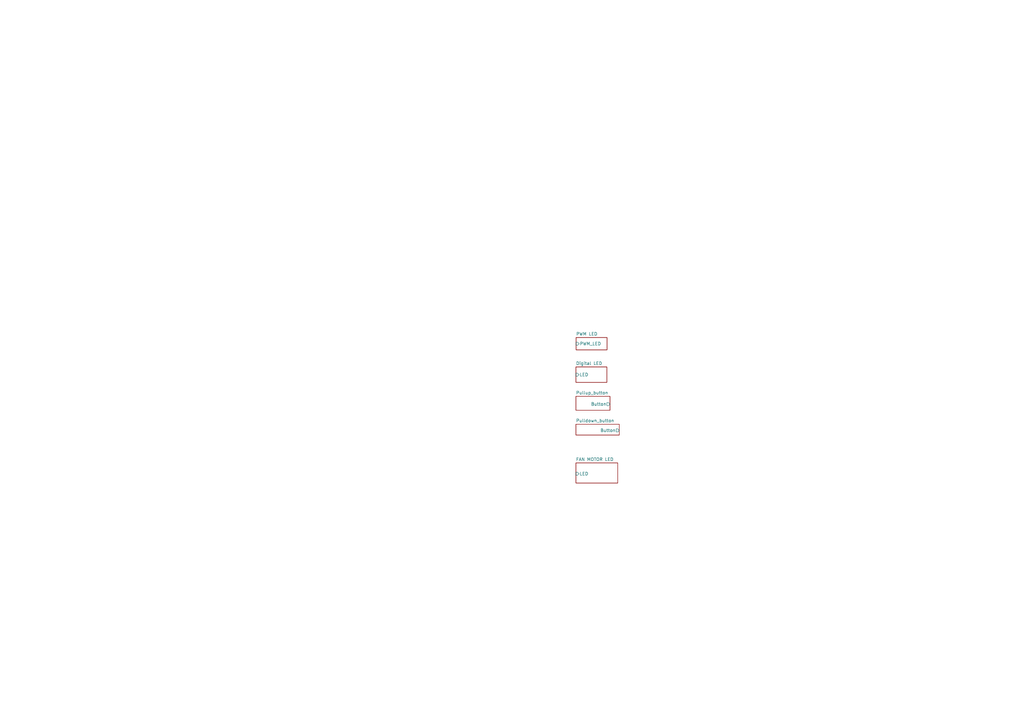
<source format=kicad_sch>
(kicad_sch
	(version 20250114)
	(generator "eeschema")
	(generator_version "9.0")
	(uuid "dc4ca860-c5c1-4372-a65f-341aa021b958")
	(paper "A3")
	(title_block
		(title "Rabosa_Bot")
		(rev "1.0")
		(company "XorvaLabs")
	)
	(lib_symbols)
	(sheet
		(at 236.22 162.56)
		(size 13.97 5.715)
		(exclude_from_sim no)
		(in_bom yes)
		(on_board yes)
		(dnp no)
		(fields_autoplaced yes)
		(stroke
			(width 0.1524)
			(type solid)
		)
		(fill
			(color 0 0 0 0.0000)
		)
		(uuid "054391f2-da28-4378-afdb-45826e4f0b90")
		(property "Sheetname" "Pullup_button"
			(at 236.22 161.8484 0)
			(effects
				(font
					(size 1.27 1.27)
				)
				(justify left bottom)
			)
		)
		(property "Sheetfile" "pullup_button.kicad_sch"
			(at 236.22 168.8596 0)
			(effects
				(font
					(size 1.27 1.27)
				)
				(justify left top)
				(hide yes)
			)
		)
		(pin "Button" output
			(at 250.19 165.735 0)
			(uuid "215e29d8-ba42-4397-bdb4-ec4b24c81ef2")
			(effects
				(font
					(size 1.27 1.27)
				)
				(justify right)
			)
		)
		(instances
			(project "Rabosa"
				(path "/13e49f49-407a-475a-af0d-9dd4b4e16751/95cbebb1-3ddc-408b-bf64-7d7b83919d5d"
					(page "11")
				)
			)
		)
	)
	(sheet
		(at 236.2765 138.43)
		(size 12.7 5.08)
		(exclude_from_sim no)
		(in_bom yes)
		(on_board yes)
		(dnp no)
		(fields_autoplaced yes)
		(stroke
			(width 0.1524)
			(type solid)
		)
		(fill
			(color 0 0 0 0.0000)
		)
		(uuid "10fd2e02-9d26-490c-98c7-929ed2e55b31")
		(property "Sheetname" "PWM LED"
			(at 236.2765 137.7184 0)
			(effects
				(font
					(size 1.27 1.27)
				)
				(justify left bottom)
			)
		)
		(property "Sheetfile" "pwm_led.kicad_sch"
			(at 236.2765 144.0946 0)
			(effects
				(font
					(size 1.27 1.27)
				)
				(justify left top)
				(hide yes)
			)
		)
		(pin "PWM_LED" input
			(at 236.2765 140.97 180)
			(uuid "9d2a46bb-d95b-461f-b091-6b47b8230374")
			(effects
				(font
					(size 1.27 1.27)
				)
				(justify left)
			)
		)
		(instances
			(project "Rabosa"
				(path "/13e49f49-407a-475a-af0d-9dd4b4e16751/95cbebb1-3ddc-408b-bf64-7d7b83919d5d"
					(page "14")
				)
			)
		)
	)
	(sheet
		(at 236.22 150.495)
		(size 12.7 6.35)
		(exclude_from_sim no)
		(in_bom yes)
		(on_board yes)
		(dnp no)
		(fields_autoplaced yes)
		(stroke
			(width 0.1524)
			(type solid)
		)
		(fill
			(color 0 0 0 0.0000)
		)
		(uuid "331052ee-8509-4922-853d-670f8345d401")
		(property "Sheetname" "Digital LED"
			(at 236.22 149.7834 0)
			(effects
				(font
					(size 1.27 1.27)
				)
				(justify left bottom)
			)
		)
		(property "Sheetfile" "digital_led.kicad_sch"
			(at 236.22 157.4296 0)
			(effects
				(font
					(size 1.27 1.27)
				)
				(justify left top)
				(hide yes)
			)
		)
		(pin "LED" input
			(at 236.22 153.67 180)
			(uuid "369bfc94-f247-4f5a-82ed-ddb5738fb2de")
			(effects
				(font
					(size 1.27 1.27)
				)
				(justify left)
			)
		)
		(instances
			(project "Rabosa"
				(path "/13e49f49-407a-475a-af0d-9dd4b4e16751/95cbebb1-3ddc-408b-bf64-7d7b83919d5d"
					(page "13")
				)
			)
		)
	)
	(sheet
		(at 236.22 189.865)
		(size 17.145 8.255)
		(exclude_from_sim no)
		(in_bom yes)
		(on_board yes)
		(dnp no)
		(fields_autoplaced yes)
		(stroke
			(width 0.1524)
			(type solid)
		)
		(fill
			(color 0 0 0 0.0000)
		)
		(uuid "cd65c54a-f437-42dd-a237-8c89c075c9af")
		(property "Sheetname" "FAN MOTOR LED"
			(at 236.22 189.1534 0)
			(effects
				(font
					(size 1.27 1.27)
				)
				(justify left bottom)
			)
		)
		(property "Sheetfile" "plugable_led.kicad_sch"
			(at 236.22 198.7046 0)
			(effects
				(font
					(size 1.27 1.27)
				)
				(justify left top)
				(hide yes)
			)
		)
		(pin "LED" input
			(at 236.22 194.31 180)
			(uuid "61387d21-7ba9-4443-aef3-fe21a1c414dc")
			(effects
				(font
					(size 1.27 1.27)
				)
				(justify left)
			)
		)
		(instances
			(project "Rabosa"
				(path "/13e49f49-407a-475a-af0d-9dd4b4e16751/95cbebb1-3ddc-408b-bf64-7d7b83919d5d"
					(page "16")
				)
			)
		)
	)
	(sheet
		(at 236.22 173.99)
		(size 17.78 4.445)
		(exclude_from_sim no)
		(in_bom yes)
		(on_board yes)
		(dnp no)
		(fields_autoplaced yes)
		(stroke
			(width 0.1524)
			(type solid)
		)
		(fill
			(color 0 0 0 0.0000)
		)
		(uuid "d47c1f5f-1546-4ea1-9d67-b7135a578c42")
		(property "Sheetname" "Pulldown_button"
			(at 236.22 173.2784 0)
			(effects
				(font
					(size 1.27 1.27)
				)
				(justify left bottom)
			)
		)
		(property "Sheetfile" "pulldown_button.kicad_sch"
			(at 236.22 179.0196 0)
			(effects
				(font
					(size 1.27 1.27)
				)
				(justify left top)
				(hide yes)
			)
		)
		(pin "Button" output
			(at 254 176.53 0)
			(uuid "2535df35-0b8a-44fc-b585-2e35ad676c52")
			(effects
				(font
					(size 1.27 1.27)
				)
				(justify right)
			)
		)
		(instances
			(project "Rabosa"
				(path "/13e49f49-407a-475a-af0d-9dd4b4e16751/95cbebb1-3ddc-408b-bf64-7d7b83919d5d"
					(page "12")
				)
			)
		)
	)
)

</source>
